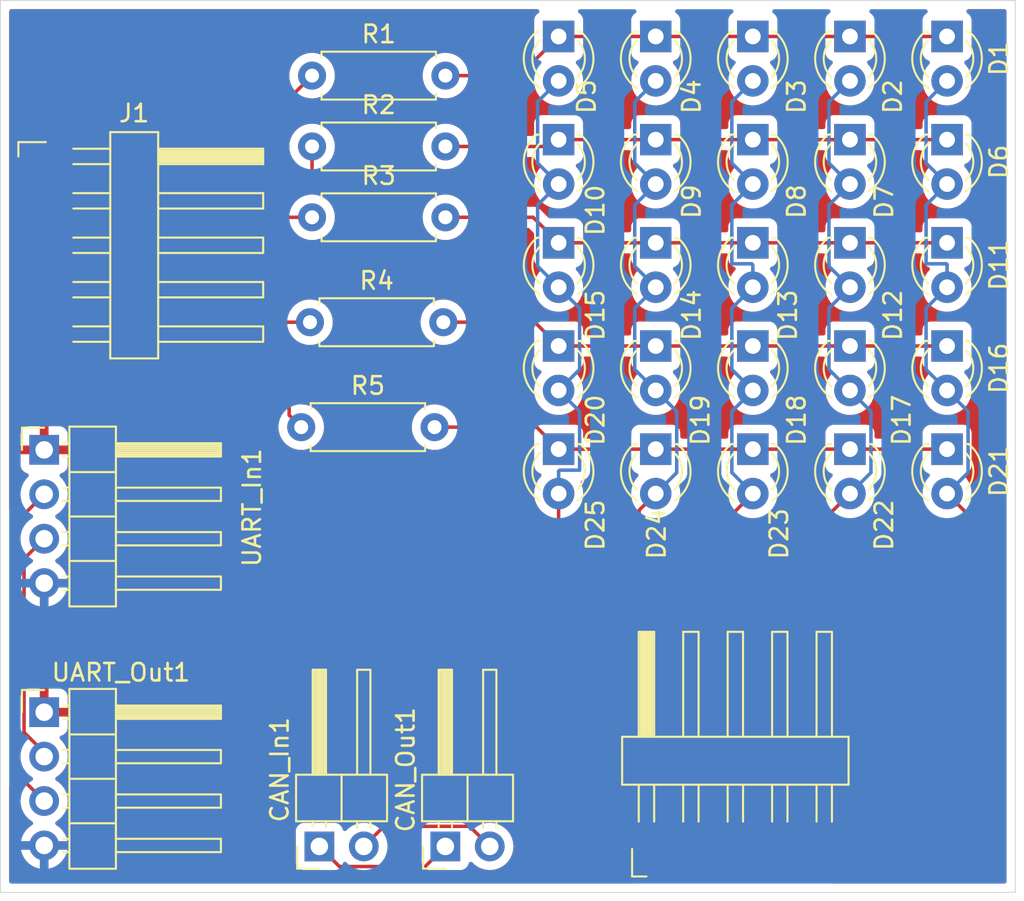
<source format=kicad_pcb>
(kicad_pcb (version 20240108) (generator "pcbnew") (generator_version "8.0")
  (layers (0 "F.Cu" signal) (31 "B.Cu" signal) (34 "B.Paste" user) (35 "F.Paste" user) (36 "B.SilkS" user "B.Silkscreen") (37 "F.SilkS" user "F.Silkscreen") (38 "B.Mask" user) (39 "F.Mask" user) (44 "Edge.Cuts" user))
  (net 0 "")
  (net 1 "Can+")
  (net 2 "Can-")
  (net 3 "Net-(D1-K)")
  (net 4 "Net-(D1-A)")
  (net 5 "Net-(D12-A)")
  (net 6 "Net-(D13-A)")
  (net 7 "Net-(D14-A)")
  (net 8 "Net-(D10-A)")
  (net 9 "Net-(D10-K)")
  (net 10 "Net-(D11-K)")
  (net 11 "Net-(D16-K)")
  (net 12 "Net-(D21-K)")
  (net 13 "Net-(J1-Pin_4)")
  (net 14 "Net-(J1-Pin_5)")
  (net 15 "Net-(J1-Pin_2)")
  (net 16 "Net-(J1-Pin_3)")
  (net 17 "Net-(J1-Pin_1)")
  (net 18 "+3V3")
  (net 19 "GND")
  (net 20 "TX")
  (net 21 "RX")
  (footprint "Resistor_THT:R_Axial_DIN0207_L6.3mm_D2.5mm_P7.62mm_Horizontal" (layer "F.Cu") (at 87.69 58.4)
    (property "Reference" "R4" (at 3.81 -2.37 360) (layer "F.SilkS"))
    (property "Value" "R")
    (pad "1" thru_hole circle (at 0 0) (size 1.6 1.6) (drill 0.8) (layers "*.Cu" "*.Mask") (net 13 "Net-(J1-Pin_4)"))
    (pad "2" thru_hole oval (at 7.62 0) (size 1.6 1.6) (drill 0.8) (layers "*.Cu" "*.Mask") (net 11 "Net-(D16-K)"))
  )
  (footprint "Resistor_THT:R_Axial_DIN0207_L6.3mm_D2.5mm_P7.62mm_Horizontal" (layer "F.Cu") (at 87.81 48.35)
    (property "Reference" "R2" (at 3.81 -2.37 360) (layer "F.SilkS"))
    (property "Value" "R")
    (pad "1" thru_hole circle (at 0 0) (size 1.6 1.6) (drill 0.8) (layers "*.Cu" "*.Mask") (net 15 "Net-(J1-Pin_2)"))
    (pad "2" thru_hole oval (at 7.62 0) (size 1.6 1.6) (drill 0.8) (layers "*.Cu" "*.Mask") (net 9 "Net-(D10-K)"))
  )
  (footprint "LED_THT:LED_D3.0mm" (layer "F.Cu") (at 124.1 42.06 -90)
    (property "Reference" "D1" (at 1.27 -2.96 90) (layer "F.SilkS"))
    (property "Value" "LED")
    (pad "1" thru_hole rect (at 0 0 270) (size 1.8 1.8) (drill 0.9) (layers "*.Cu" "*.Mask") (net 3 "Net-(D1-K)"))
    (pad "2" thru_hole circle (at 2.54 0 270) (size 1.8 1.8) (drill 0.9) (layers "*.Cu" "*.Mask") (net 4 "Net-(D1-A)"))
  )
  (footprint "Resistor_THT:R_Axial_DIN0207_L6.3mm_D2.5mm_P7.62mm_Horizontal" (layer "F.Cu") (at 87.81 44.3)
    (property "Reference" "R1" (at 3.81 -2.37 360) (layer "F.SilkS"))
    (property "Value" "R")
    (pad "1" thru_hole circle (at 0 0) (size 1.6 1.6) (drill 0.8) (layers "*.Cu" "*.Mask") (net 17 "Net-(J1-Pin_1)"))
    (pad "2" thru_hole oval (at 7.62 0) (size 1.6 1.6) (drill 0.8) (layers "*.Cu" "*.Mask") (net 3 "Net-(D1-K)"))
  )
  (footprint "LED_THT:LED_D3.0mm" (layer "F.Cu") (at 113 53.86 -90)
    (property "Reference" "D13" (at 4.14 -2 90) (layer "F.SilkS"))
    (property "Value" "LED")
    (pad "1" thru_hole rect (at 0 0 270) (size 1.8 1.8) (drill 0.9) (layers "*.Cu" "*.Mask") (net 10 "Net-(D11-K)"))
    (pad "2" thru_hole circle (at 2.54 0 270) (size 1.8 1.8) (drill 0.9) (layers "*.Cu" "*.Mask") (net 6 "Net-(D13-A)"))
  )
  (footprint "LED_THT:LED_D3.0mm" (layer "F.Cu") (at 118.55 53.86 -90)
    (property "Reference" "D12" (at 4.14 -2.45 90) (layer "F.SilkS"))
    (property "Value" "LED")
    (pad "1" thru_hole rect (at 0 0 270) (size 1.8 1.8) (drill 0.9) (layers "*.Cu" "*.Mask") (net 10 "Net-(D11-K)"))
    (pad "2" thru_hole circle (at 2.54 0 270) (size 1.8 1.8) (drill 0.9) (layers "*.Cu" "*.Mask") (net 5 "Net-(D12-A)"))
  )
  (footprint "LED_THT:LED_D3.0mm" (layer "F.Cu") (at 124.1 47.96 -90)
    (property "Reference" "D6" (at 1.27 -2.96 90) (layer "F.SilkS"))
    (property "Value" "LED")
    (pad "1" thru_hole rect (at 0 0 270) (size 1.8 1.8) (drill 0.9) (layers "*.Cu" "*.Mask") (net 9 "Net-(D10-K)"))
    (pad "2" thru_hole circle (at 2.54 0 270) (size 1.8 1.8) (drill 0.9) (layers "*.Cu" "*.Mask") (net 4 "Net-(D1-A)"))
  )
  (footprint "LED_THT:LED_D3.0mm" (layer "F.Cu") (at 107.45 47.96 -90)
    (property "Reference" "D9" (at 3.54 -2.05 90) (layer "F.SilkS"))
    (property "Value" "LED")
    (pad "1" thru_hole rect (at 0 0 270) (size 1.8 1.8) (drill 0.9) (layers "*.Cu" "*.Mask") (net 9 "Net-(D10-K)"))
    (pad "2" thru_hole circle (at 2.54 0 270) (size 1.8 1.8) (drill 0.9) (layers "*.Cu" "*.Mask") (net 7 "Net-(D14-A)"))
  )
  (footprint "LED_THT:LED_D3.0mm" (layer "F.Cu") (at 118.55 42.06 -90)
    (property "Reference" "D2" (at 3.44 -2.45 90) (layer "F.SilkS"))
    (property "Value" "LED")
    (pad "1" thru_hole rect (at 0 0 270) (size 1.8 1.8) (drill 0.9) (layers "*.Cu" "*.Mask") (net 3 "Net-(D1-K)"))
    (pad "2" thru_hole circle (at 2.54 0 270) (size 1.8 1.8) (drill 0.9) (layers "*.Cu" "*.Mask") (net 5 "Net-(D12-A)"))
  )
  (footprint "LED_THT:LED_D3.0mm" (layer "F.Cu") (at 118.55 47.96 -90)
    (property "Reference" "D7" (at 3.54 -1.95 90) (layer "F.SilkS"))
    (property "Value" "LED")
    (pad "1" thru_hole rect (at 0 0 270) (size 1.8 1.8) (drill 0.9) (layers "*.Cu" "*.Mask") (net 9 "Net-(D10-K)"))
    (pad "2" thru_hole circle (at 2.54 0 270) (size 1.8 1.8) (drill 0.9) (layers "*.Cu" "*.Mask") (net 5 "Net-(D12-A)"))
  )
  (footprint "LED_THT:LED_D3.0mm" (layer "F.Cu") (at 113 47.96 -90)
    (property "Reference" "D8" (at 3.54 -2.5 90) (layer "F.SilkS"))
    (property "Value" "LED")
    (pad "1" thru_hole rect (at 0 0 270) (size 1.8 1.8) (drill 0.9) (layers "*.Cu" "*.Mask") (net 9 "Net-(D10-K)"))
    (pad "2" thru_hole circle (at 2.54 0 270) (size 1.8 1.8) (drill 0.9) (layers "*.Cu" "*.Mask") (net 6 "Net-(D13-A)"))
  )
  (footprint "LED_THT:LED_D3.0mm" (layer "F.Cu") (at 107.45 53.86 -90)
    (property "Reference" "D14" (at 4.14 -2.05 90) (layer "F.SilkS"))
    (property "Value" "LED")
    (pad "1" thru_hole rect (at 0 0 270) (size 1.8 1.8) (drill 0.9) (layers "*.Cu" "*.Mask") (net 10 "Net-(D11-K)"))
    (pad "2" thru_hole circle (at 2.54 0 270) (size 1.8 1.8) (drill 0.9) (layers "*.Cu" "*.Mask") (net 7 "Net-(D14-A)"))
  )
  (footprint "Connector_PinHeader_2.54mm:PinHeader_1x02_P2.54mm_Horizontal" (layer "F.Cu") (at 88.225 88.375 90)
    (property "Reference" "CAN_In1" (at 4.385 -2.27 90) (layer "F.SilkS"))
    (property "Value" "Conn_01x02_Pin")
    (pad "1" thru_hole rect (at 0 0 90) (size 1.7 1.7) (drill 1) (layers "*.Cu" "*.Mask") (net 2 "Can-"))
    (pad "2" thru_hole oval (at 0 2.54 90) (size 1.7 1.7) (drill 1) (layers "*.Cu" "*.Mask") (net 1 "Can+"))
  )
  (footprint "LED_THT:LED_D3.0mm" (layer "F.Cu") (at 113 59.76 -90)
    (property "Reference" "D18" (at 4.24 -2.5 90) (layer "F.SilkS"))
    (property "Value" "LED")
    (pad "1" thru_hole rect (at 0 0 270) (size 1.8 1.8) (drill 0.9) (layers "*.Cu" "*.Mask") (net 11 "Net-(D16-K)"))
    (pad "2" thru_hole circle (at 2.54 0 270) (size 1.8 1.8) (drill 0.9) (layers "*.Cu" "*.Mask") (net 6 "Net-(D13-A)"))
  )
  (footprint "LED_THT:LED_D3.0mm" (layer "F.Cu") (at 113 65.66 -90)
    (property "Reference" "D23" (at 4.84 -1.5 90) (layer "F.SilkS"))
    (property "Value" "LED")
    (pad "1" thru_hole rect (at 0 0 270) (size 1.8 1.8) (drill 0.9) (layers "*.Cu" "*.Mask") (net 12 "Net-(D21-K)"))
    (pad "2" thru_hole circle (at 2.54 0 270) (size 1.8 1.8) (drill 0.9) (layers "*.Cu" "*.Mask") (net 6 "Net-(D13-A)"))
  )
  (footprint "LED_THT:LED_D3.0mm" (layer "F.Cu") (at 124.1 65.66 -90)
    (property "Reference" "D21" (at 1.27 -2.96 90) (layer "F.SilkS"))
    (property "Value" "LED")
    (pad "1" thru_hole rect (at 0 0 270) (size 1.8 1.8) (drill 0.9) (layers "*.Cu" "*.Mask") (net 12 "Net-(D21-K)"))
    (pad "2" thru_hole circle (at 2.54 0 270) (size 1.8 1.8) (drill 0.9) (layers "*.Cu" "*.Mask") (net 4 "Net-(D1-A)"))
  )
  (footprint "LED_THT:LED_D3.0mm" (layer "F.Cu") (at 101.9 53.86 -90)
    (property "Reference" "D15" (at 4.14 -2.1 90) (layer "F.SilkS"))
    (property "Value" "LED")
    (pad "1" thru_hole rect (at 0 0 270) (size 1.8 1.8) (drill 0.9) (layers "*.Cu" "*.Mask") (net 10 "Net-(D11-K)"))
    (pad "2" thru_hole circle (at 2.54 0 270) (size 1.8 1.8) (drill 0.9) (layers "*.Cu" "*.Mask") (net 8 "Net-(D10-A)"))
  )
  (footprint "LED_THT:LED_D3.0mm" (layer "F.Cu") (at 124.1 53.86 -90)
    (property "Reference" "D11" (at 1.27 -2.96 90) (layer "F.SilkS"))
    (property "Value" "LED")
    (pad "1" thru_hole rect (at 0 0 270) (size 1.8 1.8) (drill 0.9) (layers "*.Cu" "*.Mask") (net 10 "Net-(D11-K)"))
    (pad "2" thru_hole circle (at 2.54 0 270) (size 1.8 1.8) (drill 0.9) (layers "*.Cu" "*.Mask") (net 4 "Net-(D1-A)"))
  )
  (footprint "Connector_PinHeader_2.54mm:PinHeader_1x04_P2.54mm_Horizontal" (layer "F.Cu") (at 72.5 65.7)
    (property "Reference" "UART_In1" (at 11.875 3.3 -90) (layer "F.SilkS"))
    (property "Value" "Conn_01x04_Pin")
    (pad "1" thru_hole rect (at 0 0) (size 1.7 1.7) (drill 1) (layers "*.Cu" "*.Mask") (net 18 "+3V3"))
    (pad "2" thru_hole oval (at 0 2.54) (size 1.7 1.7) (drill 1) (layers "*.Cu" "*.Mask") (net 20 "TX"))
    (pad "3" thru_hole oval (at 0 5.08) (size 1.7 1.7) (drill 1) (layers "*.Cu" "*.Mask") (net 21 "RX"))
    (pad "4" thru_hole oval (at 0 7.62) (size 1.7 1.7) (drill 1) (layers "*.Cu" "*.Mask") (net 19 "GND"))
  )
  (footprint "LED_THT:LED_D3.0mm" (layer "F.Cu") (at 107.45 59.76 -90)
    (property "Reference" "D19" (at 4.24 -2.55 90) (layer "F.SilkS"))
    (property "Value" "LED")
    (pad "1" thru_hole rect (at 0 0 270) (size 1.8 1.8) (drill 0.9) (layers "*.Cu" "*.Mask") (net 11 "Net-(D16-K)"))
    (pad "2" thru_hole circle (at 2.54 0 270) (size 1.8 1.8) (drill 0.9) (layers "*.Cu" "*.Mask") (net 7 "Net-(D14-A)"))
  )
  (footprint "LED_THT:LED_D3.0mm" (layer "F.Cu") (at 107.45 65.66 -90)
    (property "Reference" "D24" (at 4.84 -0.05 90) (layer "F.SilkS"))
    (property "Value" "LED")
    (pad "1" thru_hole rect (at 0 0 270) (size 1.8 1.8) (drill 0.9) (layers "*.Cu" "*.Mask") (net 12 "Net-(D21-K)"))
    (pad "2" thru_hole circle (at 2.54 0 270) (size 1.8 1.8) (drill 0.9) (layers "*.Cu" "*.Mask") (net 7 "Net-(D14-A)"))
  )
  (footprint "LED_THT:LED_D3.0mm" (layer "F.Cu") (at 118.55 59.76 -90)
    (property "Reference" "D17" (at 4.24 -2.95 90) (layer "F.SilkS"))
    (property "Value" "LED")
    (pad "1" thru_hole rect (at 0 0 270) (size 1.8 1.8) (drill 0.9) (layers "*.Cu" "*.Mask") (net 11 "Net-(D16-K)"))
    (pad "2" thru_hole circle (at 2.54 0 270) (size 1.8 1.8) (drill 0.9) (layers "*.Cu" "*.Mask") (net 5 "Net-(D12-A)"))
  )
  (footprint "LED_THT:LED_D3.0mm" (layer "F.Cu") (at 118.55 65.66 -90)
    (property "Reference" "D22" (at 4.34 -1.95 90) (layer "F.SilkS"))
    (property "Value" "LED")
    (pad "1" thru_hole rect (at 0 0 270) (size 1.8 1.8) (drill 0.9) (layers "*.Cu" "*.Mask") (net 12 "Net-(D21-K)"))
    (pad "2" thru_hole circle (at 2.54 0 270) (size 1.8 1.8) (drill 0.9) (layers "*.Cu" "*.Mask") (net 5 "Net-(D12-A)"))
  )
  (footprint "Connector_PinHeader_2.54mm:PinHeader_1x04_P2.54mm_Horizontal" (layer "F.Cu") (at 72.5 80.7)
    (property "Reference" "UART_Out1" (at 4.385 -2.27 0) (layer "F.SilkS"))
    (property "Value" "Conn_01x04_Pin")
    (pad "1" thru_hole rect (at 0 0) (size 1.7 1.7) (drill 1) (layers "*.Cu" "*.Mask") (net 18 "+3V3"))
    (pad "2" thru_hole oval (at 0 2.54) (size 1.7 1.7) (drill 1) (layers "*.Cu" "*.Mask") (net 21 "RX"))
    (pad "3" thru_hole oval (at 0 5.08) (size 1.7 1.7) (drill 1) (layers "*.Cu" "*.Mask") (net 20 "TX"))
    (pad "4" thru_hole oval (at 0 7.62) (size 1.7 1.7) (drill 1) (layers "*.Cu" "*.Mask") (net 19 "GND"))
  )
  (footprint "LED_THT:LED_D3.0mm" (layer "F.Cu") (at 124.1 59.76 -90)
    (property "Reference" "D16" (at 1.27 -2.96 90) (layer "F.SilkS"))
    (property "Value" "LED")
    (pad "1" thru_hole rect (at 0 0 270) (size 1.8 1.8) (drill 0.9) (layers "*.Cu" "*.Mask") (net 11 "Net-(D16-K)"))
    (pad "2" thru_hole circle (at 2.54 0 270) (size 1.8 1.8) (drill 0.9) (layers "*.Cu" "*.Mask") (net 4 "Net-(D1-A)"))
  )
  (footprint "Connector_Harwin:Harwin_M20-89005xx_1x05_P2.54mm_Horizontal" (layer "F.Cu") (at 78.12 54)
    (property "Reference" "J1" (at -0.48 -7.55 360) (layer "F.SilkS"))
    (property "Value" "Conn_01x05_Pin")
    (pad "" smd rect (at 3.895 -5.08) (size 6 0.76) (layers "F.SilkS"))
    (pad "1" smd rect (at -5.525 -5.08) (size 2.5 1) (layers "F.Cu" "F.Paste" "F.Mask") (net 17 "Net-(J1-Pin_1)"))
    (pad "2" smd rect (at -5.525 -2.54) (size 2.5 1) (layers "F.Cu" "F.Paste" "F.Mask") (net 15 "Net-(J1-Pin_2)"))
    (pad "3" smd rect (at -5.525 0) (size 2.5 1) (layers "F.Cu" "F.Paste" "F.Mask") (net 16 "Net-(J1-Pin_3)"))
    (pad "4" smd rect (at -5.525 2.54) (size 2.5 1) (layers "F.Cu" "F.Paste" "F.Mask") (net 13 "Net-(J1-Pin_4)"))
    (pad "5" smd rect (at -5.525 5.08) (size 2.5 1) (layers "F.Cu" "F.Paste" "F.Mask") (net 14 "Net-(J1-Pin_5)"))
  )
  (footprint "LED_THT:LED_D3.0mm" (layer "F.Cu") (at 101.9 65.66 -90)
    (property "Reference" "D25" (at 4.34 -2.1 90) (layer "F.SilkS"))
    (property "Value" "LED")
    (pad "1" thru_hole rect (at 0 0 270) (size 1.8 1.8) (drill 0.9) (layers "*.Cu" "*.Mask") (net 12 "Net-(D21-K)"))
    (pad "2" thru_hole circle (at 2.54 0 270) (size 1.8 1.8) (drill 0.9) (layers "*.Cu" "*.Mask") (net 8 "Net-(D10-A)"))
  )
  (footprint "LED_THT:LED_D3.0mm" (layer "F.Cu") (at 107.45 42.06 -90)
    (property "Reference" "D4" (at 3.44 -2.05 90) (layer "F.SilkS"))
    (property "Value" "LED")
    (pad "1" thru_hole rect (at 0 0 270) (size 1.8 1.8) (drill 0.9) (layers "*.Cu" "*.Mask") (net 3 "Net-(D1-K)"))
    (pad "2" thru_hole circle (at 2.54 0 270) (size 1.8 1.8) (drill 0.9) (layers "*.Cu" "*.Mask") (net 7 "Net-(D14-A)"))
  )
  (footprint "LED_THT:LED_D3.0mm" (layer "F.Cu") (at 101.9 42.06 -90)
    (property "Reference" "D5" (at 3.44 -1.6 90) (layer "F.SilkS"))
    (property "Value" "LED")
    (pad "1" thru_hole rect (at 0 0 270) (size 1.8 1.8) (drill 0.9) (layers "*.Cu" "*.Mask") (net 3 "Net-(D1-K)"))
    (pad "2" thru_hole circle (at 2.54 0 270) (size 1.8 1.8) (drill 0.9) (layers "*.Cu" "*.Mask") (net 8 "Net-(D10-A)"))
  )
  (footprint "Connector_Harwin:Harwin_M20-89005xx_1x05_P2.54mm_Horizontal" (layer "F.Cu") (at 112 83 90)
    (property "Reference" "J2" (hide yes))
    (property "Value" "Conn_01x05_Pin")
    (pad "" smd rect (at 3.895 -5.08 90) (size 6 0.76) (layers "F.SilkS"))
    (pad "1" smd rect (at -5.525 -5.08 90) (size 2.5 1) (layers "F.Cu" "F.Paste" "F.Mask") (net 8 "Net-(D10-A)"))
    (pad "2" smd rect (at -5.525 -2.54 90) (size 2.5 1) (layers "F.Cu" "F.Paste" "F.Mask") (net 7 "Net-(D14-A)"))
    (pad "3" smd rect (at -5.525 0 90) (size 2.5 1) (layers "F.Cu" "F.Paste" "F.Mask") (net 6 "Net-(D13-A)"))
    (pad "4" smd rect (at -5.525 2.54 90) (size 2.5 1) (layers "F.Cu" "F.Paste" "F.Mask") (net 5 "Net-(D12-A)"))
    (pad "5" smd rect (at -5.525 5.08 90) (size 2.5 1) (layers "F.Cu" "F.Paste" "F.Mask") (net 4 "Net-(D1-A)"))
  )
  (footprint "Connector_PinHeader_2.54mm:PinHeader_1x02_P2.54mm_Horizontal" (layer "F.Cu") (at 95.425 88.375 90)
    (property "Reference" "CAN_Out1" (at 4.385 -2.27 90) (layer "F.SilkS"))
    (property "Value" "Conn_01x02_Pin")
    (pad "1" thru_hole rect (at 0 0 90) (size 1.7 1.7) (drill 1) (layers "*.Cu" "*.Mask") (net 2 "Can-"))
    (pad "2" thru_hole oval (at 0 2.54 90) (size 1.7 1.7) (drill 1) (layers "*.Cu" "*.Mask") (net 1 "Can+"))
  )
  (footprint "Resistor_THT:R_Axial_DIN0207_L6.3mm_D2.5mm_P7.62mm_Horizontal" (layer "F.Cu") (at 87.19 64.4)
    (property "Reference" "R5" (at 3.81 -2.37 360) (layer "F.SilkS"))
    (property "Value" "R")
    (pad "1" thru_hole circle (at 0 0) (size 1.6 1.6) (drill 0.8) (layers "*.Cu" "*.Mask") (net 14 "Net-(J1-Pin_5)"))
    (pad "2" thru_hole oval (at 7.62 0) (size 1.6 1.6) (drill 0.8) (layers "*.Cu" "*.Mask") (net 12 "Net-(D21-K)"))
  )
  (footprint "Resistor_THT:R_Axial_DIN0207_L6.3mm_D2.5mm_P7.62mm_Horizontal" (layer "F.Cu") (at 87.81 52.4)
    (property "Reference" "R3" (at 3.81 -2.37 360) (layer "F.SilkS"))
    (property "Value" "R")
    (pad "1" thru_hole circle (at 0 0) (size 1.6 1.6) (drill 0.8) (layers "*.Cu" "*.Mask") (net 16 "Net-(J1-Pin_3)"))
    (pad "2" thru_hole oval (at 7.62 0) (size 1.6 1.6) (drill 0.8) (layers "*.Cu" "*.Mask") (net 10 "Net-(D11-K)"))
  )
  (footprint "LED_THT:LED_D3.0mm" (layer "F.Cu") (at 101.9 59.76 -90)
    (property "Reference" "D20" (at 4.24 -2.1 90) (layer "F.SilkS"))
    (property "Value" "LED")
    (pad "1" thru_hole rect (at 0 0 270) (size 1.8 1.8) (drill 0.9) (layers "*.Cu" "*.Mask") (net 11 "Net-(D16-K)"))
    (pad "2" thru_hole circle (at 2.54 0 270) (size 1.8 1.8) (drill 0.9) (layers "*.Cu" "*.Mask") (net 8 "Net-(D10-A)"))
  )
  (footprint "LED_THT:LED_D3.0mm" (layer "F.Cu") (at 101.9 47.96 -90)
    (property "Reference" "D10" (at 4.04 -2.1 90) (layer "F.SilkS"))
    (property "Value" "LED")
    (pad "1" thru_hole rect (at 0 0 270) (size 1.8 1.8) (drill 0.9) (layers "*.Cu" "*.Mask") (net 9 "Net-(D10-K)"))
    (pad "2" thru_hole circle (at 2.54 0 270) (size 1.8 1.8) (drill 0.9) (layers "*.Cu" "*.Mask") (net 8 "Net-(D10-A)"))
  )
  (footprint "LED_THT:LED_D3.0mm" (layer "F.Cu") (at 113 42.06 -90)
    (property "Reference" "D3" (at 3.44 -2.5 90) (layer "F.SilkS"))
    (property "Value" "LED")
    (pad "1" thru_hole rect (at 0 0 270) (size 1.8 1.8) (drill 0.9) (layers "*.Cu" "*.Mask") (net 3 "Net-(D1-K)"))
    (pad "2" thru_hole circle (at 2.54 0 270) (size 1.8 1.8) (drill 0.9) (layers "*.Cu" "*.Mask") (net 6 "Net-(D13-A)"))
  )
  (gr_rect (start 70 40) (end 128 91) (stroke (width 0.05)) (fill none) (layer "Edge.Cuts"))
  (segment (start 96.815 87.225) (end 97.965 88.375) (width 0.2) (layer "F.Cu") (net 1))
  (segment (start 90.765 88.375) (end 91.915 87.225) (width 0.2) (layer "F.Cu") (net 1))
  (segment (start 91.915 87.225) (end 96.815 87.225) (width 0.2) (layer "F.Cu") (net 1))
  (segment (start 95.425 88.375) (end 94.275 89.525) (width 0.2) (layer "F.Cu") (net 2))
  (segment (start 89.375 89.525) (end 88.225 88.375) (width 0.2) (layer "F.Cu") (net 2))
  (segment (start 94.275 89.525) (end 89.375 89.525) (width 0.2) (layer "F.Cu") (net 2))
  (segment (start 107.45 42.06) (end 113 42.06) (width 0.2) (layer "F.Cu") (net 3))
  (segment (start 118.55 42.06) (end 124.1 42.06) (width 0.2) (layer "F.Cu") (net 3))
  (segment (start 101.9 42.06) (end 107.45 42.06) (width 0.2) (layer "F.Cu") (net 3))
  (segment (start 95.43 44.3) (end 99.66 44.3) (width 0.2) (layer "F.Cu") (net 3))
  (segment (start 99.66 44.3) (end 101.9 42.06) (width 0.2) (layer "F.Cu") (net 3))
  (segment (start 113 42.06) (end 118.55 42.06) (width 0.2) (layer "F.Cu") (net 3))
  (segment (start 117.08 87.92) (end 125.5 79.5) (width 0.2) (layer "F.Cu") (net 4))
  (segment (start 117.08 88.525) (end 117.08 87.92) (width 0.2) (layer "F.Cu") (net 4))
  (segment (start 125.5 79.5) (end 125.5 69.6) (width 0.2) (layer "F.Cu") (net 4))
  (segment (start 125.5 69.6) (end 124.1 68.2) (width 0.2) (layer "F.Cu") (net 4))
  (segment (start 124.1 68.2) (end 125.3 67) (width 0.2) (layer "B.Cu") (net 4))
  (segment (start 125.3 63.5) (end 124.1 62.3) (width 0.2) (layer "B.Cu") (net 4))
  (segment (start 124.1 62.3) (end 122.9 61.1) (width 0.2) (layer "B.Cu") (net 4))
  (segment (start 122.9 49.3) (end 122.9 45.8) (width 0.2) (layer "B.Cu") (net 4))
  (segment (start 125.3 67) (end 125.3 63.5) (width 0.2) (layer "B.Cu") (net 4))
  (segment (start 122.9 57.6) (end 124.1 56.4) (width 0.2) (layer "B.Cu") (net 4))
  (segment (start 124.06 55.06) (end 122.9 55.06) (width 0.2) (layer "B.Cu") (net 4))
  (segment (start 122.9 55.06) (end 122.9 51.7) (width 0.2) (layer "B.Cu") (net 4))
  (segment (start 124.1 55.1) (end 124.06 55.06) (width 0.2) (layer "B.Cu") (net 4))
  (segment (start 122.9 61.1) (end 122.9 57.6) (width 0.2) (layer "B.Cu") (net 4))
  (segment (start 124.1 50.5) (end 122.9 49.3) (width 0.2) (layer "B.Cu") (net 4))
  (segment (start 124.1 56.4) (end 124.1 55.1) (width 0.2) (layer "B.Cu") (net 4))
  (segment (start 122.9 45.8) (end 124.1 44.6) (width 0.2) (layer "B.Cu") (net 4))
  (segment (start 122.9 51.7) (end 124.1 50.5) (width 0.2) (layer "B.Cu") (net 4))
  (segment (start 114.54 88.525) (end 114.54 72.21) (width 0.2) (layer "F.Cu") (net 5))
  (segment (start 114.54 72.21) (end 118.55 68.2) (width 0.2) (layer "F.Cu") (net 5))
  (segment (start 118.55 50.5) (end 117.35 51.7) (width 0.2) (layer "B.Cu") (net 5))
  (segment (start 117.35 55.2) (end 118.55 56.4) (width 0.2) (layer "B.Cu") (net 5))
  (segment (start 118.55 56.4) (end 117.35 57.6) (width 0.2) (layer "B.Cu") (net 5))
  (segment (start 117.35 45.8) (end 117.35 49.3) (width 0.2) (layer "B.Cu") (net 5))
  (segment (start 118.55 44.6) (end 117.35 45.8) (width 0.2) (layer "B.Cu") (net 5))
  (segment (start 117.35 57.6) (end 117.35 61.1) (width 0.2) (layer "B.Cu") (net 5))
  (segment (start 117.35 51.7) (end 117.35 55.2) (width 0.2) (layer "B.Cu") (net 5))
  (segment (start 118.55 62.3) (end 119.75 63.5) (width 0.2) (layer "B.Cu") (net 5))
  (segment (start 119.75 67) (end 118.55 68.2) (width 0.2) (layer "B.Cu") (net 5))
  (segment (start 119.75 63.5) (end 119.75 67) (width 0.2) (layer "B.Cu") (net 5))
  (segment (start 117.35 49.3) (end 118.55 50.5) (width 0.2) (layer "B.Cu") (net 5))
  (segment (start 117.35 61.1) (end 118.55 62.3) (width 0.2) (layer "B.Cu") (net 5))
  (segment (start 113.46 68.66) (end 113 68.2) (width 0.2) (layer "F.Cu") (net 6))
  (segment (start 112 69.2) (end 113 68.2) (width 0.2) (layer "F.Cu") (net 6))
  (segment (start 112 88.525) (end 112 69.2) (width 0.2) (layer "F.Cu") (net 6))
  (segment (start 113 50.5) (end 111.8 49.3) (width 0.2) (layer "B.Cu") (net 6))
  (segment (start 113 56.4) (end 113 55.127208) (width 0.2) (layer "B.Cu") (net 6))
  (segment (start 111.8 63.5) (end 113 62.3) (width 0.2) (layer "B.Cu") (net 6))
  (segment (start 111.8 57.6) (end 113 56.4) (width 0.2) (layer "B.Cu") (net 6))
  (segment (start 113 55.127208) (end 112.932792 55.06) (width 0.2) (layer "B.Cu") (net 6))
  (segment (start 113 62.3) (end 111.8 61.1) (width 0.2) (layer "B.Cu") (net 6))
  (segment (start 111.8 49.3) (end 111.8 45.8) (width 0.2) (layer "B.Cu") (net 6))
  (segment (start 111.8 45.8) (end 113 44.6) (width 0.2) (layer "B.Cu") (net 6))
  (segment (start 111.8 55.06) (end 111.8 51.7) (width 0.2) (layer "B.Cu") (net 6))
  (segment (start 112.932792 55.06) (end 111.8 55.06) (width 0.2) (layer "B.Cu") (net 6))
  (segment (start 111.8 51.7) (end 113 50.5) (width 0.2) (layer "B.Cu") (net 6))
  (segment (start 113 68.2) (end 111.8 67) (width 0.2) (layer "B.Cu") (net 6))
  (segment (start 111.8 61.1) (end 111.8 57.6) (width 0.2) (layer "B.Cu") (net 6))
  (segment (start 111.8 67) (end 111.8 63.5) (width 0.2) (layer "B.Cu") (net 6))
  (segment (start 109.46 88.525) (end 109.46 84.46) (width 0.2) (layer "F.Cu") (net 7))
  (segment (start 106.5 69.15) (end 107.45 68.2) (width 0.2) (layer "F.Cu") (net 7))
  (segment (start 106.5 81.5) (end 106.5 69.15) (width 0.2) (layer "F.Cu") (net 7))
  (segment (start 109.46 84.46) (end 106.5 81.5) (width 0.2) (layer "F.Cu") (net 7))
  (segment (start 108.65 63.5) (end 108.65 67) (width 0.2) (layer "B.Cu") (net 7))
  (segment (start 108.65 67) (end 107.45 68.2) (width 0.2) (layer "B.Cu") (net 7))
  (segment (start 106.25 57.6) (end 106.25 61.1) (width 0.2) (layer "B.Cu") (net 7))
  (segment (start 107.45 44.6) (end 106.25 45.8) (width 0.2) (layer "B.Cu") (net 7))
  (segment (start 106.25 45.8) (end 106.25 49.3) (width 0.2) (layer "B.Cu") (net 7))
  (segment (start 106.25 61.1) (end 107.45 62.3) (width 0.2) (layer "B.Cu") (net 7))
  (segment (start 107.45 62.3) (end 108.65 63.5) (width 0.2) (layer "B.Cu") (net 7))
  (segment (start 106.25 49.3) (end 107.45 50.5) (width 0.2) (layer "B.Cu") (net 7))
  (segment (start 106.25 51.7) (end 106.25 55.2) (width 0.2) (layer "B.Cu") (net 7))
  (segment (start 107.45 50.5) (end 106.25 51.7) (width 0.2) (layer "B.Cu") (net 7))
  (segment (start 106.25 55.2) (end 107.45 56.4) (width 0.2) (layer "B.Cu") (net 7))
  (segment (start 107.45 56.4) (end 106.25 57.6) (width 0.2) (layer "B.Cu") (net 7))
  (segment (start 106.92 88.525) (end 106.92 87.42) (width 0.2) (layer "F.Cu") (net 8))
  (segment (start 103 83.5) (end 103 82.5) (width 0.2) (layer "F.Cu") (net 8))
  (segment (start 101.9 81.4) (end 101.9 68.2) (width 0.2) (layer "F.Cu") (net 8))
  (segment (start 103 82.5) (end 101.9 81.4) (width 0.2) (layer "F.Cu") (net 8))
  (segment (start 106.92 87.42) (end 103 83.5) (width 0.2) (layer "F.Cu") (net 8))
  (segment (start 100.7 51.7) (end 100.7 55.2) (width 0.2) (layer "B.Cu") (net 8))
  (segment (start 101.9 44.6) (end 100.7 45.8) (width 0.2) (layer "B.Cu") (net 8))
  (segment (start 103.1 57.6) (end 101.9 56.4) (width 0.2) (layer "B.Cu") (net 8))
  (segment (start 100.7 49.3) (end 101.9 50.5) (width 0.2) (layer "B.Cu") (net 8))
  (segment (start 101.9 50.5) (end 100.7 51.7) (width 0.2) (layer "B.Cu") (net 8))
  (segment (start 103.1 61.1) (end 103.1 57.6) (width 0.2) (layer "B.Cu") (net 8))
  (segment (start 100.7 45.8) (end 100.7 49.3) (width 0.2) (layer "B.Cu") (net 8))
  (segment (start 101.9 66.927208) (end 101.967208 66.86) (width 0.2) (layer "B.Cu") (net 8))
  (segment (start 103.1 66.86) (end 103.1 63.5) (width 0.2) (layer "B.Cu") (net 8))
  (segment (start 101.9 62.3) (end 103.1 61.1) (width 0.2) (layer "B.Cu") (net 8))
  (segment (start 100.7 55.2) (end 101.9 56.4) (width 0.2) (layer "B.Cu") (net 8))
  (segment (start 101.9 68.2) (end 101.9 66.927208) (width 0.2) (layer "B.Cu") (net 8))
  (segment (start 101.967208 66.86) (end 103.1 66.86) (width 0.2) (layer "B.Cu") (net 8))
  (segment (start 103.1 63.5) (end 101.9 62.3) (width 0.2) (layer "B.Cu") (net 8))
  (segment (start 113 47.96) (end 118.55 47.96) (width 0.2) (layer "F.Cu") (net 9))
  (segment (start 118.55 47.96) (end 124.1 47.96) (width 0.2) (layer "F.Cu") (net 9))
  (segment (start 101.51 48.35) (end 101.9 47.96) (width 0.2) (layer "F.Cu") (net 9))
  (segment (start 95.43 48.35) (end 101.51 48.35) (width 0.2) (layer "F.Cu") (net 9))
  (segment (start 107.45 47.96) (end 113 47.96) (width 0.2) (layer "F.Cu") (net 9))
  (segment (start 101.9 47.96) (end 107.45 47.96) (width 0.2) (layer "F.Cu") (net 9))
  (segment (start 95.43 52.4) (end 100.44 52.4) (width 0.2) (layer "F.Cu") (net 10))
  (segment (start 100.44 52.4) (end 101.9 53.86) (width 0.2) (layer "F.Cu") (net 10))
  (segment (start 107.45 53.86) (end 113 53.86) (width 0.2) (layer "F.Cu") (net 10))
  (segment (start 118.55 53.86) (end 124.1 53.86) (width 0.2) (layer "F.Cu") (net 10))
  (segment (start 101.9 53.86) (end 107.45 53.86) (width 0.2) (layer "F.Cu") (net 10))
  (segment (start 113 53.86) (end 118.55 53.86) (width 0.2) (layer "F.Cu") (net 10))
  (segment (start 107.45 59.76) (end 113 59.76) (width 0.2) (layer "F.Cu") (net 11))
  (segment (start 113 59.76) (end 118.55 59.76) (width 0.2) (layer "F.Cu") (net 11))
  (segment (start 100.54 58.4) (end 101.9 59.76) (width 0.2) (layer "F.Cu") (net 11))
  (segment (start 101.9 59.76) (end 107.45 59.76) (width 0.2) (layer "F.Cu") (net 11))
  (segment (start 95.31 58.4) (end 100.54 58.4) (width 0.2) (layer "F.Cu") (net 11))
  (segment (start 118.55 59.76) (end 124.1 59.76) (width 0.2) (layer "F.Cu") (net 11))
  (segment (start 107.45 65.66) (end 113 65.66) (width 0.2) (layer "F.Cu") (net 12))
  (segment (start 100.64 64.4) (end 101.9 65.66) (width 0.2) (layer "F.Cu") (net 12))
  (segment (start 113 65.66) (end 118.55 65.66) (width 0.2) (layer "F.Cu") (net 12))
  (segment (start 94.81 64.4) (end 100.64 64.4) (width 0.2) (layer "F.Cu") (net 12))
  (segment (start 101.9 65.66) (end 107.45 65.66) (width 0.2) (layer "F.Cu") (net 12))
  (segment (start 118.55 65.66) (end 124.1 65.66) (width 0.2) (layer "F.Cu") (net 12))
  (segment (start 74.455 58.4) (end 72.595 56.54) (width 0.2) (layer "F.Cu") (net 13))
  (segment (start 87.69 58.4) (end 74.455 58.4) (width 0.2) (layer "F.Cu") (net 13))
  (segment (start 73.5 63) (end 86.5 63) (width 0.2) (layer "F.Cu") (net 14))
  (segment (start 72.595 62.095) (end 73.5 63) (width 0.2) (layer "F.Cu") (net 14))
  (segment (start 86.5 63.71) (end 87.19 64.4) (width 0.2) (layer "F.Cu") (net 14))
  (segment (start 72.595 59.08) (end 72.595 62.095) (width 0.2) (layer "F.Cu") (net 14))
  (segment (start 86.5 63) (end 86.5 63.71) (width 0.2) (layer "F.Cu") (net 14))
  (segment (start 87.81 48.35) (end 87.81 49.69) (width 0.2) (layer "F.Cu") (net 15))
  (segment (start 86.5 50) (end 85.04 51.46) (width 0.2) (layer "F.Cu") (net 15))
  (segment (start 87.5 50) (end 86.5 50) (width 0.2) (layer "F.Cu") (net 15))
  (segment (start 85.04 51.46) (end 72.595 51.46) (width 0.2) (layer "F.Cu") (net 15))
  (segment (start 87.81 49.69) (end 87.5 50) (width 0.2) (layer "F.Cu") (net 15))
  (segment (start 74.195 52.4) (end 72.595 54) (width 0.2) (layer "F.Cu") (net 16))
  (segment (start 87.81 52.4) (end 74.195 52.4) (width 0.2) (layer "F.Cu") (net 16))
  (segment (start 83.19 48.92) (end 87.81 44.3) (width 0.2) (layer "F.Cu") (net 17))
  (segment (start 72.595 48.92) (end 83.19 48.92) (width 0.2) (layer "F.Cu") (net 17))
  (segment (start 70.95 84.23) (end 70.95 69.79) (width 0.2) (layer "F.Cu") (net 20))
  (segment (start 72.5 85.78) (end 70.95 84.23) (width 0.2) (layer "F.Cu") (net 20))
  (segment (start 70.95 69.79) (end 72.5 68.24) (width 0.2) (layer "F.Cu") (net 20))
  (segment (start 72.5 83) (end 71.35 81.85) (width 0.2) (layer "F.Cu") (net 21))
  (segment (start 71.35 81.85) (end 71.35 71.93) (width 0.2) (layer "F.Cu") (net 21))
  (segment (start 72.5 83.24) (end 72.5 83) (width 0.2) (layer "F.Cu") (net 21))
  (segment (start 71.35 71.93) (end 72.5 70.78) (width 0.2) (layer "F.Cu") (net 21))
  (zone (net 18) (net_name "+3V3") (layer "F.Cu") (connect_pads (clearance 0.5)) (min_thickness 0.25) (fill yes (thermal_gap 0.5) (thermal_bridge_width 0.5))
    (polygon (pts (xy 128.5 40) (xy 70 40) (xy 70 91.5) (xy 128 90.5)))
  )
  (zone (net 19) (net_name "GND") (layer "B.Cu") (priority 1) (connect_pads (clearance 0.5)) (min_thickness 0.25) (fill yes (thermal_gap 0.5) (thermal_bridge_width 0.5))
    (polygon (pts (xy 70.5 40) (xy 128.5 40.5) (xy 128 91) (xy 70.5 91.5)))
  )
)
</source>
